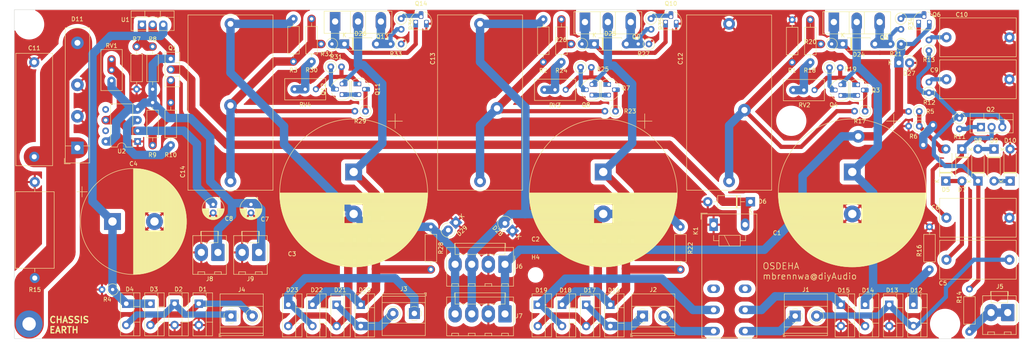
<source format=kicad_pcb>
(kicad_pcb (version 20240108) (generator "pcbnew") (generator_version "8.0")
  (layers (0 "F.Cu" signal) (31 "B.Cu" signal) (34 "B.Paste" user) (35 "F.Paste" user) (36 "B.SilkS" user "B.Silkscreen") (37 "F.SilkS" user "F.Silkscreen") (38 "B.Mask" user) (39 "F.Mask" user) (44 "Edge.Cuts" user))
  (net 0 "")
  (net 1 "Net-(D3-K)")
  (net 2 "GND")
  (net 3 "/HV_STABI1/CAP")
  (net 4 "/HV_STABI2/CAP")
  (net 5 "/B-")
  (net 6 "/HV_STABI3/CAP")
  (net 7 "/B2-")
  (net 8 "Net-(D6-K)")
  (net 9 "Net-(D7-K)")
  (net 10 "/H")
  (net 11 "Net-(U2-THR)")
  (net 12 "Net-(C9-Pad1)")
  (net 13 "Net-(C10-Pad1)")
  (net 14 "Earth_Protective")
  (net 15 "/HV_STABI2/RSET")
  (net 16 "/HV_STABI1/RSET")
  (net 17 "/HV_STABI3/RSET")
  (net 18 "Net-(D5-A)")
  (net 19 "Net-(D5-K)")
  (net 20 "Net-(D8-K)")
  (net 21 "Net-(D8-A)")
  (net 22 "Net-(D10-K)")
  (net 23 "/HV_STABI2/AC2")
  (net 24 "/HV_STABI1/AC2")
  (net 25 "/BIAS")
  (net 26 "Net-(Q3-S)")
  (net 27 "Net-(Q3-G)")
  (net 28 "Net-(Q7-S)")
  (net 29 "Net-(Q7-G)")
  (net 30 "Net-(Q7-D)")
  (net 31 "Net-(Q1-B)")
  (net 32 "Net-(Q2-G)")
  (net 33 "Net-(Q3-D)")
  (net 34 "Net-(Q4-G)")
  (net 35 "Net-(Q11-G)")
  (net 36 "Net-(Q8-G)")
  (net 37 "Net-(Q11-S)")
  (net 38 "Net-(D24-K)")
  (net 39 "Net-(D24-A)")
  (net 40 "Net-(U1-ADJ)")
  (net 41 "Net-(U2-Q)")
  (net 42 "Net-(D25-K)")
  (net 43 "Net-(D25-A)")
  (net 46 "Net-(Q11-D)")
  (net 47 "Net-(Q12-G)")
  (net 48 "Net-(D26-A)")
  (net 49 "Net-(D26-K)")
  (net 50 "Net-(R18-Pad2)")
  (net 51 "Net-(R24-Pad2)")
  (net 52 "Net-(R30-Pad2)")
  (net 53 "/B+")
  (net 56 "/AC1B+")
  (net 57 "/AC1HTR")
  (net 58 "/AC2HTR")
  (net 59 "/AC1B-")
  (net 60 "Net-(Q6-B)")
  (net 61 "Net-(Q10-B)")
  (net 62 "Net-(Q14-B)")
  (net 63 "/AC1B2-")
  (net 64 "/AC2B2-")
  (net 65 "/AC2B+")
  (net 66 "/AC2B-")
  (footprint "Resistor_THT:R_Axial_DIN0207_L6.3mm_D2.5mm_P2.54mm_Vertical" (layer "F.Cu") (at 251.674 87.582 90)
    (property "Reference" "R13")
    (property "Value" "100k")
  )
  (footprint "Diode_THT:Diode_Bridge_32.0x5.6x17.0mm_P10.0mm_P7.5mm" (layer "F.Cu") (at 48.895 110.725 90)
    (property "Reference" "D11")
    (property "Value" "GBJ3510")
  )
  (footprint "Resistor_THT:R_Axial_DIN0207_L6.3mm_D2.5mm_P2.54mm_Vertical" (layer "F.Cu") (at 185.5 79.96 -90)
    (property "Reference" "R35")
    (property "Value" "1k")
  )
  (footprint "Resistor_THT:R_Axial_DIN0207_L6.3mm_D2.5mm_P10.16mm_Horizontal" (layer "F.Cu") (at 104.664 80.01 -90)
    (property "Reference" "R30")
    (property "Value" "1k")
  )
  (footprint "Resistor_THT:R_Axial_DIN0207_L6.3mm_D2.5mm_P2.54mm_Vertical" (layer "F.Cu") (at 169.045 86 180)
    (property "Reference" "R26")
    (property "Value" "300")
  )
  (footprint "Package_TO_SOT_THT:TO-220-3_Vertical" (layer "F.Cu") (at 264.068 105.791)
    (property "Reference" "Q2")
    (property "Value" "10M90S")
  )
  (footprint "Capacitor_THT:CP_Radial_D35.0mm_P10.00mm_SnapIn" (layer "F.Cu") (at 233.426 116.473501 -90)
    (property "Reference" "C1")
    (property "Value" "470u 550 VDC" (hide yes))
  )
  (footprint "MountingHole:MountingHole_3.2mm_M3" (layer "F.Cu") (at 218.8972 104.2924)
    (property "Reference" "H2" (hide yes))
    (property "Value" "MountingHole")
  )
  (footprint "Resistor_THT:R_Axial_DIN0207_L6.3mm_D2.5mm_P2.54mm_Vertical" (layer "F.Cu") (at 258.9436 103.6828 -90)
    (property "Reference" "R11")
    (property "Value" "3k")
  )
  (footprint "Resistor_THT:R_Axial_DIN0207_L6.3mm_D2.5mm_P2.54mm_Vertical" (layer "F.Cu") (at 184.995 86 180)
    (property "Reference" "R27")
    (property "Value" "2")
  )
  (footprint "Resistor_THT:R_Axial_DIN0918_L18.0mm_D9.0mm_P22.86mm_Horizontal" (layer "F.Cu") (at 38.735 141.732 90)
    (property "Reference" "R15")
    (property "Value" "100 5 W")
  )
  (footprint "Package_TO_SOT_THT:TO-92_HandSolder" (layer "F.Cu") (at 234.7374 95.7072 -90)
    (property "Reference" "Q3")
    (property "Value" "LND150" (hide yes))
  )
  (footprint "Connector_Molex:Molex_KK-396_A-41791-0002_1x02_P3.96mm_Vertical" (layer "F.Cu") (at 82.355 135.636 180)
    (property "Reference" "J8")
    (property "Value" "HEATERS-LEFT")
  )
  (footprint "TerminalBlock_Phoenix:TerminalBlock_Phoenix_MKDS-1,5-2-5.08_1x02_P5.08mm_Horizontal" (layer "F.Cu") (at 219.837 150.782501)
    (property "Reference" "J1")
    (property "Value" "340 VAC / 220 mA")
  )
  (footprint "Diode_THT:D_DO-41_SOD81_P7.62mm_Horizontal" (layer "F.Cu") (at 267.183 111.014 -90)
    (property "Reference" "D9")
    (property "Value" "200 V")
  )
  (footprint "Capacitor_THT:C_Rect_L18.0mm_W9.0mm_P15.00mm_FKS3_FKP3" (layer "F.Cu") (at 255.851 137.381)
    (property "Reference" "C5")
    (property "Value" "100n 1 kV")
  )
  (footprint "Resistor_THT:R_Axial_DIN0207_L6.3mm_D2.5mm_P2.54mm_Vertical" (layer "F.Cu") (at 228.0064 91.6432)
    (property "Reference" "R19")
    (property "Value" "1k")
  )
  (footprint "Capacitor_THT:C_Rect_L26.5mm_W8.5mm_P22.50mm_MKS4" (layer "F.Cu") (at 38.608 90.35 -90)
    (property "Reference" "C11")
    (property "Value" "100n")
  )
  (footprint "Package_TO_SOT_THT:TO-220-2_Vertical" (layer "F.Cu") (at 236.467333 148.092501 -90)
    (property "Reference" "D14")
    (property "Value" "STTH512FP")
  )
  (footprint "Resistor_THT:R_Axial_DIN0207_L6.3mm_D2.5mm_P2.54mm_Vertical" (layer "F.Cu") (at 251.674 97.615 90)
    (property "Reference" "R12")
    (property "Value" "100k")
  )
  (footprint "MountingHole:MountingHole_3.2mm_M3_Pad" (layer "F.Cu") (at 37.3888 152.654)
    (property "Reference" "CHASSIS1" (hide yes))
    (property "Value" "MountingHole_Pad")
  )
  (footprint "Package_TO_SOT_THT:TO-220-2_Vertical" (layer "F.Cu") (at 72.037666 147.842501 -90)
    (property "Reference" "D2")
    (property "Value" "SBT1845-3G")
  )
  (footprint "Resistor_THT:R_Axial_DIN0207_L6.3mm_D2.5mm_P10.16mm_Horizontal" (layer "F.Cu") (at 164.16 80.137 -90)
    (property "Reference" "R24")
    (property "Value" "1k")
  )
  (footprint "Package_TO_SOT_THT:TO-220-2_Vertical" (layer "F.Cu") (at 175.811 148.092501 -90)
    (property "Reference" "D16")
    (property "Value" "STTH512FP")
  )
  (footprint "Resistor_THT:R_Axial_DIN0207_L6.3mm_D2.5mm_P10.16mm_Horizontal" (layer "F.Cu") (at 261.326 154.52 90)
    (property "Reference" "R14")
    (property "Value" "4.7M")
  )
  (footprint "Package_TO_SOT_THT:TO-92_HandSolder" (layer "F.Cu") (at 111.882 98.044 90)
    (property "Reference" "Q12")
    (property "Value" "LND150")
  )
  (footprint "Package_TO_SOT_THT:TO-126-3_Vertical" (layer "F.Cu") (at 71.126 89.535 -90)
    (property "Reference" "Q1")
    (property "Value" "BD138")
  )
  (footprint "Package_TO_SOT_THT:TO-220-2_Vertical" (layer "F.Cu") (at 158.539 148.092501 -90)
    (property "Reference" "D19")
    (property "Value" "STTH512FP")
  )
  (footprint "Capacitor_THT:C_Rect_L41.5mm_W20.0mm_P37.50mm_MKS4" (layer "F.Cu") (at 204.089 118.699 90)
    (property "Reference" "C12")
    (property "Value" "4.7u 630 V")
  )
  (footprint "Package_TO_SOT_THT:TO-220-2_Vertical" (layer "F.Cu") (at 164.296333 148.092501 -90)
    (property "Reference" "D18")
    (property "Value" "STTH512FP")
  )
  (footprint "Capacitor_THT:CP_Radial_D5.0mm_P2.00mm" (layer "F.Cu") (at 81.225 124.214 -90)
    (property "Reference" "C8")
    (property "Value" "22u 16 V")
  )
  (footprint "TerminalBlock_Phoenix:TerminalBlock_Phoenix_MKDS-1,5-2-5.08_1x02_P5.08mm_Horizontal" (layer "F.Cu") (at 85.471 150.782501)
    (property "Reference" "J4")
    (property "Value" "9 VAC / 4.5 A")
  )
  (footprint "Resistor_THT:R_Axial_DIN0207_L6.3mm_D2.5mm_P10.16mm_Horizontal" (layer "F.Cu") (at 66.802 110.109 90)
    (property "Reference" "R9")
    (property "Value" "3.3k")
  )
  (footprint "Capacitor_THT:C_Rect_L18.0mm_W9.0mm_P15.00mm_FKS3_FKP3" (layer "F.Cu") (at 255.858 84.407)
    (property "Reference" "C10")
    (property "Value" "100n 1 kV")
  )
  (footprint "MountingHole:MountingHole_3.2mm_M3" (layer "F.Cu") (at 37.3888 81.3308)
    (property "Reference" "H1" (hide yes))
    (property "Value" "MountingHole")
  )
  (footprint "Resistor_THT:R_Axial_DIN0207_L6.3mm_D2.5mm_P2.54mm_Vertical" (layer "F.Cu") (at 249.3772 105.5624 180)
    (property "Reference" "R6")
    (property "Value" "866k")
  )
  (footprint "Resistor_THT:R_Axial_DIN0207_L6.3mm_D2.5mm_P2.54mm_Vertical" (layer "F.Cu") (at 245.045 86 180)
    (property "Reference" "R21")
    (property "Value" "2")
  )
  (footprint "Potentiometer_THT:Potentiometer_Bourns_3296W_Vertical" (layer "F.Cu") (at 105.68 96.774)
    (property "Reference" "RV4")
    (property "Value" "1k")
  )
  (footprint "Resistor_THT:R_Axial_DIN0207_L6.3mm_D2.5mm_P10.16mm_Horizontal" (layer "F.Cu") (at 251.8156 129.5372 -90)
    (property "Reference" "R16")
    (property "Value" "1M")
  )
  (footprint "Diode_THT:D_DO-41_SOD81_P7.62mm_Horizontal" (layer "F.Cu") (at 255.708 118.634 90)
    (property "Reference" "D5")
    (property "Value" "1N4007")
  )
  (footprint "Resistor_THT:R_Axial_DIN0207_L6.3mm_D2.5mm_P10.16mm_Horizontal" (layer "F.Cu") (at 223.4344 80.2132 -90)
    (property "Reference" "R18")
    (property "Value" "1k")
  )
  (footprint "Package_TO_SOT_THT:TO-92_HandSolder" (layer "F.Cu") (at 115.967 95.504 -90)
    (property "Reference" "Q11")
    (property "Value" "LND150")
  )
  (footprint "Connector_Molex:Molex_KK-396_A-41791-0002_1x02_P3.96mm_Vertical" (layer "F.Cu") (at 270.441 149.96 180)
    (property "Reference" "J5")
    (property "Value" "Stator bias")
  )
  (footprint "Resistor_THT:R_Axial_DIN0207_L6.3mm_D2.5mm_P2.54mm_Vertical" (layer "F.Cu") (at 249.3772 102.0572 180)
    (property "Reference" "R5")
    (property "Value" "47k")
  )
  (footprint "Package_TO_SOT_THT:TO-220-2_Vertical" (layer "F.Cu") (at 247.982 148.092501 -90)
    (property "Reference" "D12")
    (property "Value" "STTH512FP")
  )
  (footprint "Package_TO_SOT_THT:TO-92_HandSolder" (layer "F.Cu") (at 129.46 80.77)
    (property "Reference" "Q14")
    (property "Value" "BC550")
  )
  (footprint "Package_TO_SOT_THT:TO-220-2_Vertical" (layer "F.Cu") (at 104.860333 148.092501 -90)
    (property "Reference" "D22")
    (property "Value" "STTH512FP")
  )
  (footprint "Resistor_THT:R_Axial_DIN0207_L6.3mm_D2.5mm_P2.54mm_Vertical" (layer "F.Cu") (at 177.045 102 180)
    (property "Reference" "R23")
    (property "Value" "1k")
  )
  (footprint "Resistor_THT:R_Axial_DIN0207_L6.3mm_D2.5mm_P2.54mm_Vertical" (layer "F.Cu") (at 236.5 102 180)
    (property "Reference" "R17")
    (property "Value" "1k")
  )
  (footprint "Diode_THT:D_DO-41_SOD81_P7.62mm_Horizontal" (layer "F.Cu") (at 263.358 118.634 90)
    (property "Reference" "D8")
    (property "Value" "200 V")
  )
  (footprint "MountingHole:MountingHole_3.2mm_M3" (layer "F.Cu") (at 255.524 152.654)
    (property "Reference" "H3" (hide yes))
    (property "Value" "MountingHole")
  )
  (footprint "Resistor_THT:R_Axial_DIN0207_L6.3mm_D2.5mm_P10.16mm_Horizontal" (layer "F.Cu") (at 133.0706 129.5372 -90)
    (property "Reference" "R28")
    (property "Value" "1M")
  )
  (footprint "Capacitor_THT:C_Rect_L18.0mm_W9.0mm_P15.00mm_FKS3_FKP3" (layer "F.Cu") (at 255.851 127.381)
    (property "Reference" "C6")
    (property "Value" "100n 1 kV")
  )
  (footprint "Capacitor_THT:CP_Radial_D35.0mm_P10.00mm_SnapIn" (layer "F.Cu") (at 174.1148 116.471301 -90)
    (property "Reference" "C2")
    (property "Value" "470u 550 VDC" (hide yes))
  )
  (footprint "Resistor_THT:R_Axial_DIN0207_L6.3mm_D2.5mm_P10.16mm_Horizontal" (layer "F.Cu") (at 159.842 80.137 -90)
    (property "Reference" "R2")
    (property "Value" "866k")
  )
  (footprint "Package_TO_SOT_THT:TO-92_HandSolder" (layer "F.Cu") (at 230.6734 98.2472 90)
    (property "Reference" "Q4")
    (property "Value" "LND150" (hide yes))
  )
  (footprint "Package_TO_SOT_THT:TO-220-2_Vertical" (layer "F.Cu") (at 116.375 148.092501 -90)
    (property "Reference" "D20")
    (property "Value" "STTH512FP")
  )
  (footprint "Resistor_THT:R_Axial_DIN0207_L6.3mm_D2.5mm_P10.16mm_Horizontal" (layer "F.Cu") (at 62.992 86.614 -90)
    (property "Reference" "R7")
    (property "Value" "1.91k")
  )
  (footprint "Capacitor_THT:CP_Radial_D25.0mm_P10.00mm_SnapIn" (layer "F.Cu") (at 57.24363 128.27)
    (property "Reference" "C4")
    (property "Value" "10000u 25 V")
  )
  (footprint "TerminalBlock_Phoenix:TerminalBlock_Phoenix_MKDS-1,5-2-5.08_1x02_P5.08mm_Horizontal" (layer "F.Cu") (at 183.487 150.782501)
    (property "Reference" "J2")
    (property "Value" "340 VAC / 220 mA")
  )
  (footprint "Package_TO_SOT_THT:TO-247-3_Vertical" (layer "F.Cu") (at 229.0334 80.772)
    (property "Reference" "Q5")
    (property "Value" "NTHL1000N170M1 ")
  )
  (footprint "Package_TO_SOT_THT:TO-92_HandSolder" (layer "F.Cu") (at 175.463 95.631 -90)
    (property "Reference" "Q7")
    (property "Value" "LND150")
  )
  (footprint "Package_TO_SOT_THT:TO-92_HandSolder" (layer "F.Cu") (at 188.96 80.77)
    (property "Reference" "Q10")
    (property "Value" "BC550")
  )
  (footprint "Package_TO_SOT_THT:TO-220-2_Vertical" (layer "F.Cu") (at 99.103 148.092501 -90)
    (property "Reference" "D23")
    (property "Value" "STTH512FP")
  )
  (footprint "Package_TO_SOT_THT:TO-220-2_Vertical" (layer "F.Cu") (at 110.617666 148.092501 -90)
    (property "Reference" "D21")
    (property "Value" "STTH512FP")
  )
  (footprint "Package_TO_SOT_THT:TO-220-3_Vertical" (layer "F.Cu") (at 64.262 81.407)
    (property "Reference" "U1")
    (property "Value" "LM1085-ADJ")
  )
  (footprint "Diode_THT:D_DO-41_SOD81_P7.62mm_Horizontal" (layer "F.Cu") (at 271.008 118.634 90)
    (property "Reference" "D10")
    (property "Value" "180 V")
  )
  (footprint "Package_DIP:DIP-8_W7.62mm" (layer "F.Cu") (at 63.236 109.21 180)
    (property "Reference" "U2")
    (property "Value" "NE555P")
  )
  (footprint "Resistor_THT:R_Axial_DIN0207_L6.3mm_D2.5mm_P10.16mm_Horizontal" (layer "F.Cu") (at 100.346 80.01 -90)
    (property "Reference" "R3")
    (property "Value" "1.1M")
  )
  (footprint "Resistor_THT:R_Axial_DIN0207_L6.3mm_D2.5mm_P10.16mm_Horizontal" (layer "F.Cu") (at 192.5066 129.5372 -90)
    (property "Reference" "R22")
    (property "Value" "1M")
  )
  (footprint "Resistor_THT:R_Axial_DIN0207_L6.3mm_D2.5mm_P10.16mm_Horizontal" (layer "F.Cu") (at 71.12 99.949 -90)
    (property "Reference" "R10")
    (property "Value" "2k")
  )
  (footprint "Package_TO_SOT_THT:TO-247-3_Vertical" (layer "F.Cu") (at 169.759 80.772)
    (property "Reference" "Q9")
    (property "Value" "NTHL1000N170M1 ")
  )
  (footprint "Capacitor_THT:C_Rect_L18.0mm_W9.0mm_P15.00mm_FKS3_FKP3" (layer "F.Cu") (at 255.858 94.407)
    (property "Reference" "C9")
    (property "Value" "100n 1 kV")
  )
  (footprint "Connector_Molex:Molex_KK-396_A-41791-0004_1x04_P3.96mm_Vertical" (layer "F.Cu") (at 150.72 150.272501 180)
    (property "Reference" "J7")
    (property "Value" "HV-R")
  )
  (footprint "Resistor_THT:R_Axial_DIN0207_L6.3mm_D2.5mm_P2.54mm_Vertical" (layer "F.Cu") (at 109.236 91.44)
    (property "Reference" "R31")
    (property "Value" "1k")
  )
  (footprint "Package_TO_SOT_THT:TO-220-2_Vertical" (layer "F.Cu") (at 242.224666 148.092501 -90)
    (property "Reference" "D13")
    (property "Value" "STTH512FP")
  )
  (footprint "Resistor_THT:R_Axial_DIN0207_L6.3mm_D2.5mm_P10.16mm_Horizontal" (layer "F.Cu") (at 219.1164 80.2132 -90)
    (property "Reference" "R1")
    (property "Value" "866k")
  )
  (footprint "Resistor_THT:R_Axial_DIN0207_L6.3mm_D2.5mm_P2.54mm_Vertical" (layer "F.Cu") (at 126 79.96 -90)
    (property "Reference" "R36")
    (property "Value" "1k")
  )
  (footprint "Diode_THT:D_DO-41_SOD81_P7.62mm_Horizontal" (layer "F.Cu") (at 112.5 86)
    (property "Reference" "D26")
    (property "Value" "10 V")
  )
  (footprint "Connector_Molex:Molex_KK-396_A-41791-0002_1x02_P3.96mm_Vertical" (layer "F.Cu") (at 92.075 135.636 180)
    (property "Reference" "J9")
    (property "Value" "HEATERS-RIGHT")
  )
  (footprint "Diode_THT:D_DO-41_SOD81_P7.62mm_Horizontal" (layer "F.Cu") (at 259.533 111.014 -90)
    (property "Reference" "D7")
    (property "Value" "1N4007")
  )
  (footprint "Package_TO_SOT_THT:TO-220-2_Vertical" (layer "F.Cu") (at 60.523 147.842501 -90)
    (property "Reference" "D4")
    (property "Value" "SBT1845-3G")
  )
  (footprint "Package_TO_SOT_THT:TO-220-2_Vertical" (layer "F.Cu") (at 66.280333 147.842501 -90)
    (property "Reference" "D3")
    (property "Value" "SBT1845-3G")
  )
  (footprint "Resistor_THT:R_Axial_DIN0207_L6.3mm_D2.5mm_P2.54mm_Vertical" (layer "F.Cu") (at 57.2806 144.4752 180)
    (property "Reference" "R4")
    (property "Value" "10k")
  )
  (footprint "Resistor_THT:R_Axial_DIN0207_L6.3mm_D2.5mm_P2.54mm_Vertical" (layer "F.Cu") (at 228.5 86 180)
    (property "Reference" "R20")
    (property "Value" "300")
  )
  (footprint "Resistor_THT:R_Axial_DIN0207_L6.3mm_D2.5mm_P10.16mm_Horizontal" (layer "F.Cu") (at 66.802 96.774 90)
    (property "Reference" "R8")
    (property "Value" "470")
  )
  (footprint "Potentiometer_THT:Potentiometer_Bourns_3296W_Vertical" (layer "F.Cu") (at 224.4404 96.9772)
    (property "Reference" "RV2")
    (property "Value" "1k")
  )
  (footprint "Package_TO_SOT_THT:TO-247-3_Vertical" (layer "F.Cu") (at 110.263 80.645)
    (property "Reference" "Q13")
    (property "Value" "NTHL1000N170M1 ")
  )
  (footprint "Relay_THT:Relay_DPDT_Schrack-RT2-FormC_RM5mm" (layer "F.Cu") (at 200.399 129.032501 -90)
    (property "Reference" "K1")
    (property "Value" "RT424006")
  )
  (footprint "Package_TO_SOT_THT:TO-220-2_Vertical" (layer "F.Cu") (at 230.71 148.092501 -90)
    (property "Reference" "D15")
    (property "Value" "STTH512FP")
  )
  (footprint "Diode_THT:D_DO-41_SOD81_P2.54mm_Vertical_KathodeUp" (layer "F.Cu") (at 139 128.520101 -135)
    (property "Reference" "D29")
    (property "Value" "1N4007" (hide yes))
  )
  (footprint "TerminalBlock_Phoenix:TerminalBlock_Phoenix_MKDS-1,5-2-5.08_1x02_P5.08mm_Horizontal" (layer "F.Cu") (at 129.141 150.172501 180)
    (property "Reference" "J3")
    (property "Value" "420 VAC / 75 mA")
  )
  (footprint "Package_TO_SOT_THT:TO-92_HandSolder" (layer "F.Cu") (at 171.399 98.171 90)
    (property "Reference" "Q8")
    (property "Value" "LND150")
  )
  (footprint "MountingHole:MountingHole_3.2mm_M3" (layer "F.Cu") (at 158 141)
    (property "Reference" "H4")
    (property "Value" "MountingHole")
  )
  (footprint "Diode_THT:D_DO-41_SOD81_P7.62mm_Horizontal" (layer "F.Cu") (at 231.19 86)
    (property "Reference" "D24")
    (property "Value" "10 V")
  )
  (footprint "Resistor_THT:R_Axial_DIN0207_L6.3mm_D2.5mm_P2.54mm_Vertical" (layer "F.Cu") (at 168.732 91.567)
    (property "Reference" "R25")
    (property "Value" "1k")
  )
  (footprint "Capacitor_THT:CP_Radial_D5.0mm_P2.00mm" (layer "F.Cu") (at 90.225 124.214 -90)
    (property "Reference" "C7")
    (property "Value" "22u 16 V")
  )
  (footprint "Diode_THT:D_DO-41_SOD81_P2.54mm_Vertical_KathodeUp" (layer "F.Cu") (at 244.531766 90.5)
    (property "Reference" "D27")
    (property "Value" "1N4007")
  )
  (footprint "Resistor_THT:R_Axial_DIN0207_L6.3mm_D2.5mm_P2.54mm_Vertical" (layer "F.Cu") (at 109.5 86 180)
    (property "Reference" "R32")
    (property "Value" "300")
  )
  (footprint "Resistor_THT:R_Axial_DIN0207_L6.3mm_D2.5mm_P2.54mm_Vertical" (layer "F.Cu") (at 126 86 180)
    (property "Reference" "R33")
    (property "Value" "2")
  )
  (footprint "Potentiometer_THT:Potentiometer_Bourns_3296W_Vertical" (layer "F.Cu") (at 165.176 96.901)
    (property "Reference" "RV3")
    (property "Value" "1k")
  )
  (footprint "Package_TO_SOT_THT:TO-92_HandSolder" (layer "F.Cu") (at 249.23 80.77)
    (property "Reference" "Q6")
    (property "Value" "BC550")
  )
  (footprint "Diode_THT:D_DO-41_SOD81_P10.16mm_Horizontal" (layer "F.Cu") (at 209.169 123.571 180)
    (property "Reference" "D6")
    (property "Value" "1N4004")
  )
  (footprint "Resistor_THT:R_Axial_DIN0207_L6.3mm_D2.5mm_P2.54mm_Vertical" (layer "F.Cu") (at 117.5 102 180)
    (property "Reference" "R29")
    (property "Value" "1k")
  )
  (footprint "Potentiometer_THT:Potentiometer_Bourns_3296W_Vertical" (layer "F.Cu") (at 57.023 89.662 90)
    (property "Reference" "RV1")
    (property "Value" "2M")
  )
  (footprint "Capacitor_THT:CP_Radial_D35.0mm_P10.00mm_SnapIn" (layer "F.Cu") (at 114.681 116.473501 -90)
    (property "Reference" "C3")
    (property "Value" "220u 630 VDC")
  )
  (footprint "Diode_THT:D_DO-41_SOD81_P7.62mm_Horizontal" (layer "F.Cu") (at 172 86)
    (property "Reference" "D25")
    (property "Value" "10 V")
  )
  (footprint "Capacitor_THT:C_Rect_L41.5mm_W20.0mm_P37.50mm_MKS4" (layer "F.Cu") (at 144.7778 118.6968 90)
    (property "Reference" "C13")
    (property "Value" "4.7u 630 V")
  )
  (footprint "Diode_THT:D_DO-41_SOD81_P2.54mm_Vertical_KathodeUp" (layer "F.Cu") (at 152.5 130.5 135)
    (property "Reference" "D28")
    (property "Value" "1N4007" (hide yes))
  )
  (footprint "Resistor_THT:R_Axial_DIN0207_L6.3mm_D2.5mm_P2.54mm_Vertical" (layer "F.Cu") (at 245 79.96 -90)
    (property "Reference" "R34")
    (property "Value" "1k")
  )
  (footprint "Package_TO_SOT_THT:TO-220-2_Vertical" (layer "F.Cu") (at 77.795 147.842501 -90)
    (property "Reference" "D1")
    (property "Value" "SBT1845-3G")
  )
  (footprint "Connector_Molex:Molex_KK-396_A-41791-0004_1x04_P3.96mm_Vertical" (layer "F.Cu") (at 150.72 138.461501 180)
    (property "Reference" "J6")
    (property "Value" "HV-L")
  )
  (footprint "Package_TO_SOT_THT:TO-220-2_Vertical" (layer "F.Cu") (at 170.053666 148.092501 -90)
    (property "Reference" "D17")
    (property "Value" "STTH512FP")
  )
  (footprint "Capacitor_THT:C_Rect_L41.5mm_W20.0mm_P37.50mm_MKS4" (layer "F.Cu") (at 85.344 118.699 90)
    (property "Reference" "C14")
    (property "Value" "4.7u 630 V")
  )
  (gr_rect (start 33.8836 77.8256) (end 273.1516 156.1592) (stroke (width 0.1)) (fill none) (layer "Edge.Cuts"))
  (gr_text "OSDEHA\nmbrennwa@diyAudio" (at 211.9884 142.1892 0) (layer "F.SilkS") (effects (font (size 1.5 1.5)) (justify left bottom)))
  (gr_text "CHASSIS\nEARTH" (at 42.0624 154.9908 0) (layer "F.SilkS") (effects (font (size 1.5 1.5) (thickness 0.3) (bold yes)) (justify left bottom)))
  (segment (start 52.4764 123.50277) (end 52.4764 88.392) (width 2) (layer "B.Cu") (net 1))
  (segment (start 52.4764 88.392) (end 56.7944 84.074) (width 2) (layer "B.Cu") (net 1))
  (segment (start 57.24363 128.27) (end 57.24363 144.563131) (width 2) (layer "B.Cu") (net 1))
  (segment (start 68.675 84.074) (end 56.7944 84.074) (width 2) (layer "B.Cu") (net 1))
  (segment (start 69.342 81.407) (end 69.342 83.407) (width 2) (layer "B.Cu") (net 1))
  (segment (start 57.24363 144.563131) (end 60.523 147.842501) (width 2) (layer "B.Cu") (net 1))
  (segment (start 69.342 83.407) (end 68.675 84.074) (width 2) (layer "B.Cu") (net 1))
  (segment (start 57.24363 128.27) (end 52.4764 123.50277) (width 2) (layer "B.Cu") (net 1))
  (segment (start 60.523 147.842501) (end 66.280333 147.842501) (width 2) (layer "B.Cu") (net 1))
  (via (at 250.334532 110.055268) (size 2) (drill 1) (layers "F.Cu" "B.Cu") (net 2))
  (via (at 252.654915 105.304581) (size 2) (drill 1) (layers "F.Cu" "B.Cu") (net 2))
  (segment (start 250.334532 107.85776) (end 250.334532 110.055268) (width 2) (layer "B.Cu") (net 2))
  (segment (start 252.654915 105.304581) (end 252.654915 105.537377) (width 1) (layer "B.Cu") (net 2))
  (segment (start 252.654915 105.537377) (end 250.334532 107.85776) (width 2) (layer "B.Cu") (net 2))
  (segment (start 230.6734 95.7072) (end 234.4834 91.8972) (width 1) (layer "B.Cu") (net 3))
  (segment (start 247.3424 144.1704) (end 247.982 143.5308) (width 2) (layer "B.Cu") (net 3))
  (segment (start 233.426 116.473501) (end 239.5 110.399501) (width 2) (layer "B.Cu") (net 3))
  (segment (start 238.379 121.426501) (end 233.426 116.473501) (width 2) (layer "B.Cu") (net 3))
  (segment (start 236.467333 146.691667) (end 238.379 144.78) (width 2) (layer "B.Cu") (net 3))
  (segment (start 247.982 148.092501) (end 247.982 143.5308) (width 2) (layer "B.Cu") (net 3))
  (segment (start 238.9886 144.1704) (end 247.3424 144.1704) (width 2) (layer "B.Cu") (net 3))
  (segment (start 234.4834 91.8972) (end 234.4834 91.630174) (width 1) (layer "B.Cu") (net 3))
  (segment (start 239.5 96) (end 235.130174 91.630174) (width 2) (layer "B.Cu") (net 3))
  (segment (start 238.379 144.78) (end 238.9886 144.1704) (width 2) (layer "B.Cu") (net 3))
  (segment (start 234.4834 91.630174) (end 234.4834 80.8482) (width 2) (layer "B.Cu") (net 3))
  (segment (start 239.5 110.399501) (end 239.5 96) (width 2) (layer "B.Cu") (net 3))
  (segment (start 238.379 137.795) (end 238.379 129.9972) (width 2) (layer "B.Cu") (net 3))
  (segment (start 247.982 148.092501) (end 247.982 146.382) (width 2) (layer "B.Cu") (net 3))
  (segment (start 238.379 129.9972) (end 238.379 121.426501) (width 2) (layer "B.Cu") (net 3))
  (segment (start 247.982 143.5308) (end 251.8156 139.6972) (width 2) (layer "B.Cu") (net 3))
  (segment (start 238.379 144.78) (end 238.379 137.795) (width 2) (layer "B.Cu") (net 3))
  (segment (start 236.467333 148.092501) (end 236.467333 146.691667) (width 2) (layer "B.Cu") (net 3))
  (segment (start 235.130174 91.630174) (end 234.4834 91.630174) (width 2) (layer "B.Cu") (net 3))
  (segment (start 179.5272 144.376301) (end 179.5272 139.4968) (width 2) (layer "F.Cu") (net 4))
  (segment (start 179.5272 139.4968) (end 179.5272 129.9972) (width 2) (layer "F.Cu") (net 4))
  (segment (start 179.5272 129.9972) (end 179.5272 121.883701) (width 2) (layer "F.Cu") (net 4))
  (segment (start 175.811 148.092501) (end 179.5272 144.376301) (width 2) (layer "F.Cu") (net 4))
  (segment (start 192.5066 139.6972) (end 179.7276 139.6972) (width 2) (layer "F.Cu") (net 4))
  (segment (start 179.7276 139.6972) (end 179.5272 139.4968) (width 2) (layer "F.Cu") (net 4))
  (segment (start 179.5272 121.883701) (end 174.117 116.473501) (width 2) (layer "F.Cu") (net 4))
  (segment (start 175.209 91.821) (end 175.209 91.136692) (width 1) (layer "B.Cu") (net 4))
  (segment (start 174.117 116.473501) (end 181 109.590501) (width 2) (layer "B.Cu") (net 4))
  (segment (start 181 109.590501) (end 181 95.5) (width 2) (layer "B.Cu") (net 4))
  (segment (start 171.399 95.631) (end 175.209 91.821) (width 1) (layer "B.Cu") (net 4))
  (segment (start 164.296333 148.092501) (end 167.456434 144.9324) (width 2) (layer "B.Cu") (net 4))
  (segment (start 181 95.5) (end 176.636692 91.136692) (width 2) (layer "B.Cu") (net 4))
  (segment (start 176.636692 91.136692) (end 175.209 91.136692) (width 2) (layer "B.Cu") (net 4))
  (segment (start 167.456434 144.9324) (end 172.650899 144.9324) (width 2) (layer "B.Cu") (net 4))
  (segment (start 172.650899 144.9324) (end 175.811 148.092501) (width 2) (layer "B.Cu") (net 4))
  (segment (start 175.209 91.136692) (end 175.209 80.772) (width 2) (layer "B.Cu") (net 4))
  (segment (start 174.117 126.473501) (end 172.8216 127.768901) (width 2) (layer "F.Cu") (net 5))
  (segment (start 170.053666 153.172501) (end 167.553666 150.672501) (width 1.5) (layer "F.Cu") (net 5))
  (segment (start 172.8216 127.768901) (end 172.8216 144.6276) (width 2) (layer "F.Cu") (net 5))
  (segment (start 167.553666 150.672501) (end 161.039 150.672501) (width 1.5) (layer "F.Cu") (net 5))
  (segment (start 161.039 150.672501) (end 158.539 153.172501) (width 1.5) (layer "F.Cu") (net 5))
  (segment (start 170.053666 153.172501) (end 172.8216 150.404567) (width 1.5) (layer "F.Cu") (net 5))
  (segment (start 172.8216 150.404567) (end 172.8216 144.6276) (width 1.5) (layer "F.Cu") (net 5))
  (segment (start 152 126.5) (end 155.5 126.5) (width 2) (layer "B.Cu") (net 5))
  (segment (start 158.78 81.199) (end 144.78 81.199) (width 2) (layer "B.Cu") (net 5))
  (segment (start 174.117 126.473501) (end 189.442901 126.473501) (width 2) (layer "B.Cu") (net 5))
  (segment (start 159.842 80.137) (end 158.78 81.199) (width 2) (layer "B.Cu") (net 5))
  (segment (start 155.5 126.5) (end 174.090501 126.5) (width 2) (layer "B.Cu") (net 5))
  (segment (start 155.57175 101.07175) (end 155.57175 126.42825) (width 2) (layer "B.Cu") (net 5))
  (segment (start 142.8 138.461501) (end 142.8 150.272501) (width 2) (layer "B.Cu") (net 5))
  (segment (start 144.78 81.199) (end 144.78 90.28) (width 2) (layer "B.Cu") (net 5))
  (segment (start 142.8 138.461501) (end 142.8 135.7) (width 2) (layer "B.Cu") (net 5))
  (segment (start 142.8 135.7) (end 152 126.5) (width 2) (layer "B.Cu") (net 5))
  (segment (start 155.57175 126.42825) (end 155.5 126.5) (width 2) (layer "B.Cu") (net 5))
  (segment (start 174.090501 126.5) (end 174.117 126.473501) (width 2) (layer "B.Cu") (net 5))
  (segment (start 144.78 90.28) (end 155.57175 101.07175) (width 2) (layer "B.Cu") (net 5))
  (segment (start 189.442901 126.473501) (end 192.5066 129.5372) (width 2) (layer "B.Cu") (net 5))
  (segment (start 119.9896 139.5984) (end 119.9896 142.6464) (width 2) (layer "F.Cu") (net 6))
  (segment (start 114.681 116.473501) (end 119.9896 121.782101) (width 2) (layer "F.Cu") (net 6))
  (segment (start 119.9896 142.6464) (end 119.9896 144.477901) (width 2) (layer "F.Cu") (net 6))
  (segment (start 120.0404 142.6972) (end 119.9896 142.6464) (width 2) (layer "F.Cu") (net 6))
  (segment (start 119.9896 130.048) (end 119.9896 139.5984) (width 2) (layer "F.Cu") (net 6))
  (segment (start 119.9896 144.477901) (end 116.375 148.092501) (width 2) (layer "F.Cu") (net 6))
  (segment (start 133.0706 139.6972) (end 120.0884 139.6972) (width 2) (layer "F.Cu") (net 6))
  (segment (start 119.9896 121.782101) (end 119.9896 130.048) (width 2) (layer "F.Cu") (net 6))
  (segment (start 120.0884 139.6972) (end 119.9896 139.5984) (width 2) (layer "F.Cu") (net 6))
  (segment (start 117.009692 91.009692) (end 115.713 91.009692) (width 2) (layer "B.Cu") (net 6))
  (segment (start 115.713 91.673) (end 115.713 91.009692) (width 1) (layer "B.Cu") (net 6))
  (segment (start 111.882 95.504) (end 115.713 91.673) (width 1) (layer "B.Cu") (net 6))
  (segment (start 113.214899 144.9324) (end 116.375 148.092501) (width 2) (layer "B.Cu") (net 6))
  (segment (start 104.860333 148.092501) (end 108.020434 144.9324) (width 2) (layer "B.Cu") (net 6))
  (segment (start 108.020434 144.9324) (end 113.214899 144.9324) (width 2) (layer "B.Cu") (net 6))
  (segment (start 121.5 95.5) (end 117.009692 91.009692) (width 2) (layer "B.Cu") (net 6))
  (segment (start 121.5 109.654501) (end 121.5 95.5) (width 2) (layer "B.Cu") (net 6))
  (segment (start 114.681 116.473501) (end 121.5 109.654501) (width 2) (layer "B.Cu") (net 6))
  (segment (start 115.713 91.009692) (end 115.713 80.645) (width 2) (layer "B.Cu") (net 6))
  (segment (start 108.117666 150.672501) (end 110.617666 153.172501) (width 1.5) (layer "F.Cu") (net 7))
  (segment (start 101.603 150.672501) (end 108.117666 150.672501) (width 1.5) (layer "F.Cu") (net 7))
  (segment (start 99.103 153.172501) (end 101.603 150.672501) (width 1.5) (layer "F.Cu") (net 7))
  (segment (start 113.397967 127.770767) (end 113.397967 144.629466) (width 2) (layer "F.Cu") (net 7))
  (segment (start 110.630033 153.174367) (end 113.397967 150.406433) (width 1.5) (layer "F.Cu") (net 7))
  (segment (start 113.397967 150.406433) (end 113.397967 144.629466) (width 1.5) (layer "F.Cu") (net 7))
  (segment (start 114.693367 126.475367) (end 113.397967 127.770767) (width 2) (layer "F.Cu") (net 7))
  (segment (start 85.344 81.199) (end 99.157 81.199) (width 2) (layer "B.Cu") (net 7))
  (segment (start 85.344 92.844) (end 98.1 105.6) (width 2) (layer "B.Cu") (net 7))
  (segment (start 138.84 138.461501) (end 138.84 135.3066) (width 2) (layer "B.Cu") (net 7))
  (segment (start 117.744699 129.5372) (end 114.681 126.473501) (width 2) (layer "B.Cu") (net 7))
  (segment (start 99.157 81.199) (end 100.346 80.01) (width 2) (layer "B.Cu") (net 7))
  (segment (start 133.0706 129.5372) (end 117.744699 129.5372) (width 2) (layer "B.Cu") (net 7))
  (segment (start 138.84 135.3066) (end 135.5167 131.9833) (width 2) (layer "B.Cu") (net 7))
  (segment (start 138.84 138.461501) (end 138.84 150.272501) (width 2) (layer "B.Cu") (net 7))
  (segment (start 135.5167 131.9833) (end 133.0706 129.5372) (width 2) (layer "B.Cu") (net 7))
  (segment (start 135.536801 131.9833) (end 135.5167 131.9833) (width 1) (layer "B.Cu") (net 7))
  (segment (start 98.1 105.6) (end 98.1 109.892501) (width 2) (layer "B.Cu") (net 7))
  (segment (start 85.344 81.199) (end 85.344 92.844) (width 2) (layer "B.Cu") (net 7))
  (segment (start 98.1 109.892501) (end 114.681 126.473501) (width 2) (layer "B.Cu") (net 7))
  (segment (start 137.203949 130.316152) (end 135.536801 131.9833) (width 2) (layer "B.Cu") (net 7))
  (segment (start 76 101.5) (end 84.5 110) (width 2) (layer "F.Cu") (net 8))
  (segment (start 73.575 92.075) (end 76 94.5) (width 2) (layer "F.Cu") (net 8))
  (segment (start 207.899 129.032501) (end 207.899 124.841) (width 2) (layer "F.Cu") (net 8))
  (segment (start 202.109 122.286937) (end 202.109 122.994044) (width 2) (layer "F.Cu") (net 8))
  (segment (start 189.822063 110) (end 202.109 122.286937) (width 2) (layer "F.Cu") (net 8))
  (segment (start 84.5 110) (end 189.822063 110) (width 2) (layer "F.Cu") (net 8))
  (segment (start 76 94.5) (end 76 101.5) (width 2) (layer "F.Cu") (net 8))
  (segment (start 202.685956 123.571) (end 209.169 123.571) (width 2) (layer "F.Cu") (net 8))
  (segment (start 202.109 122.994044) (end 202.685956 123.571) (width 2) (layer "F.Cu") (net 8))
  (segment (start 207.899 124.841) (end 209.169 123.571) (width 2) (layer "F.Cu") (net 8))
  (segment (start 71.126 92.075) (end 73.575 92.075) (width 2) (layer "F.Cu") (net 8))
  (segment (start 259.533 112.577) (end 257.302 114.808) (width 1) (layer "F.Cu") (net 9))
  (segment (start 257.302 114.808) (end 253.7968 114.808) (width 1) (layer "F.Cu") (net 9))
  (segment (start 253.7968 114.808) (end 252.5776 116.0272) (width 1) (layer "F.Cu") (net 9))
  (segment (start 259.533 111.014) (end 259.533 112.577) (width 1) (layer "F.Cu") (net 9))
  (segment (start 252.5776 116.0272) (end 252.5776 124.1076) (width 1) (layer "F.Cu") (net 9))
  (segment (start 252.5776 124.1076) (end 255.851 127.381) (width 1) (layer "F.Cu") (net 9))
  (segment (start 259.533 111.014) (end 262.133 108.414) (width 1) (layer "B.Cu") (net 9))
  (segment (start 262.133 108.414) (end 266.3975 108.414) (width 1) (layer "B.Cu") (net 9))
  (segment (start 266.3975 108.414) (end 266.608 108.2035) (width 1) (layer "B.Cu") (net 9))
  (segment (start 266.608 108.2035) (end 266.608 105.791) (width 1) (layer "B.Cu") (net 9))
  (segment (start 71.126 87.3312) (end 71.126 89.535) (width 2) (layer "F.Cu") (net 10))
  (segment (start 66.802 83.0072) (end 71.126 87.3312) (width 2) (layer "F.Cu") (net 10))
  (segment (start 66.802 81.407) (end 66.802 83.0072) (width 2) (layer "F.Cu") (net 10))
  (segment (start 64.877 99.949) (end 63.236 101.59) (width 2) (layer "B.Cu") (net 10))
  (segment (start 57.023 94.742) (end 57.023 96.4946) (width 2) (layer "B.Cu") (net 10))
  (segment (start 70.485 103.632) (end 66.802 99.949) (width 2) (layer "B.Cu") (net 10))
  (segment (start 58.1152 104.5464) (end 61.0716 101.59) (width 2) (layer "B.Cu") (net 10))
  (segment (start 66.802 96.774) (end 66.802 99.949) (width 2) (layer "B.Cu") (net 10))
  (segment (start 91.177692 123.914) (end 85.7124 123.914) (width 2) (layer "B.Cu") (net 10))
  (segment (start 55.616 109.21) (end 56.74737 109.21) (width 2) (layer "B.Cu") (net 10))
  (segment (start 85.7124 123.914) (end 85.7124 126.8348) (width 2) (layer "B.Cu") (net 10))
  (segment (start 62.1184 101.59) (end 63.236 101.59) (width 2) (layer "B.Cu") (net 10))
  (segment (start 75.7936 103.632) (end 70.485 103.632) (width 2) (layer "B.Cu") (net 10))
  (segment (start 92.6592 125.395508) (end 91.177692 123.914) (width 2) (layer "B.Cu") (net 10))
  (segment (start 85.7124 123.914) (end 80.518 118.7196) (width 2) (layer "B.Cu") (net 10))
  (segment (start 92.075 135.636) (end 92.6592 135.0518) (width 2) (layer "B.Cu") (net 10))
  (segment (start 66.802 99.949) (end 64.877 99.949) (width 2) (layer "B.Cu") (net 10))
  (segment (start 80.518 118.7196) (end 80.518 108.3564) (width 2) (layer "B.Cu") (net 10))
  (segment (start 66.802 96.774) (end 66.802 90.959) (width 2) (layer "B.Cu") (net 10))
  (segment (start 82.355 130.1922) (end 82.355 135.636) (width 2) (layer "B.Cu") (net 10))
  (segment (start 80.518 108.3564) (end 75.7936 103.632) (width 2) (layer "B.Cu") (net 10))
  (segment (start 61.0716 101.59) (end 63.236 101.59) (width 2) (layer "B.Cu") (net 10))
  (segment (start 58.1152 107.84217) (end 58.1152 104.5464) (width 2) (layer "B.Cu") (net 10))
  (segment (start 85.7124 126.8348) (end 82.355 130.1922) (width 2) (layer "B.Cu") (net 10))
  (segment (start 92.6592 131.064) (end 92.6592 125.395508) (width 2) (layer "B.Cu") (net 10))
  (segment (start 92.6592 135.0518) (end 92.6592 131.064) (width 2) (layer "B.Cu") (net 10))
  (segment (start 56.74737 109.21) (end 58.1152 107.84217) (width 2) (layer "B.Cu") (net 10))
  (segment (start 66.802 90.959) (end 68.226 89.535) (width 2) (layer "B.Cu") (net 10))
  (segment (start 68.226 89.535) (end 71.126 89.535) (width 2) (layer "B.Cu") (net 10))
  (segment (start 57.023 96.4946) (end 62.1184 101.59) (width 2) (layer "B.Cu") (net 10))
  (segment (start 59.243 93.822445) (end 57.622555 92.202) (width 2) (layer "F.Cu") (net 11))
  (segment (start 56.74737 104.13) (end 59.243 101.63437) (width 2) (layer "F.Cu") (net 11))
  (segment (start 57.023 92.202) (end 57.023 89.662) (width 2) (layer "F.Cu") (net 11))
  (segment (start 63.236 106.67) (end 61.408692 106.67) (width 2) (layer "F.Cu") (net 11))
  (segment (start 58.868692 104.13) (end 55.616 104.13) (width 2) (layer "F.Cu") (net 11))
  (segment (start 61.408692 106.67) (end 58.868692 104.13) (width 2) (layer "F.Cu") (net 11))
  (segment (start 55.616 104.13) (end 56.74737 104.13) (width 2) (layer "F.Cu") (net 11))
  (segment (start 59.243 101.63437) (end 59.243 93.822445) (width 2) (layer "F.Cu") (net 11))
  (segment (start 57.622555 92.202) (end 57.023 92.202) (width 2) (layer "F.Cu") (net 11))
  (segment (start 77.3684 120.0574) (end 81.225 123.914) (width 2) (layer "B.Cu") (net 11))
  (segment (start 63.236 106.67) (end 74.2088 106.67) (width 2) (layer "B.Cu") (net 11))
  (segment (start 77.3684 109.8296) (end 77.3684 120.0574) (width 2) (layer "B.Cu") (net 11))
  (segment (start 74.2088 106.67) (end 77.3684 109.8296) (width 2) (layer "B.Cu") (net 11))
  (segment (start 252.342 94.407) (end 251.674 95.075) (width 1) (layer "B.Cu") (net 12))
  (segment (start 255.858 94.407) (end 252.342 94.407) (width 1) (layer "B.Cu") (net 12))
  (segment (start 252.309 84.407) (end 251.674 85.042) (width 1) (layer "B.Cu") (net 13))
  (segment (start 255.858 84.407) (end 252.309 84.407) (width 1) (layer "B.Cu") (net 13))
  (segment (start 44.958 113.358) (end 44.958 135.509) (width 7) (layer "F.Cu") (net 14))
  (segment (start 43.688 112.088) (end 44.45 112.85) (width 5) (layer "F.Cu") (net 14))
  (segment (start 44.45 112.85) (end 44.958 113.358) (width 7) (layer "F.Cu") (net 14))
  (segment (start 43.4848 93.2688) (end 43.4848 111.8848) (width 7) (layer "F.Cu") (net 14))
  (segment (start 48.895 85.725) (end 48.895 87.8586) (width 7) (layer "F.Cu") (net 14))
  (segment (start 38.862 141.859) (end 38.735 141.732) (width 2) (layer "F.Cu") (net 14))
  (segment (start 37.3888 143.0782) (end 38.735 141.732) (width 2) (layer "F.Cu") (net 14))
  (segment (start 38.735 141.732) (end 44.958 135.509) (width 7) (layer "F.Cu") (net 14))
  (segment (start 37.3888 152.654) (end 37.3888 143.0782) (width 7) (layer "F.Cu") (net 14))
  (segment (start 44.45 110.236) (end 44.45 112.85) (width 5) (layer "F.Cu") (net 14))
  (segment (start 43.4848 111.8848) (end 43.688 112.088) (width 7) (layer "F.Cu") (net 14))
  (segment (start 38.608 112.85) (end 44.45 112.85) (width 5) (layer "F.Cu") (net 14))
  (segment (start 48.895 87.8586) (end 43.4848 93.2688) (width 7) (layer "F.Cu") (net 14))
  (segment (start 44.939 110.725) (end 44.45 110.236) (width 2) (layer "F.Cu") (net 14))
  (segment (start 48.895 110.725) (end 44.939 110.725) (width 5) (layer "F.Cu") (net 14))
  (segment (start 164.16 84.9376) (end 164.16 85.979) (width 2) (layer "F.Cu") (net 15))
  (segment (start 174.505 102) (end 150 102) (width 1) (layer "F.Cu") (net 15))
  (segment (start 164.16 80.137) (end 164.16 84.9376) (width 2) (layer "F.Cu") (net 15))
  (segment (start 149.0695 101.0695) (end 159.842 90.297) (width 2) (layer "F.Cu") (net 15))
  (segment (start 164.181 86) (end 164.16 85.979) (width 2) (layer "F.Cu") (net 15))
  (segment (start 150 102) (end 149.0695 101.0695) (width 1) (layer "F.Cu") (net 15))
  (segment (start 166.505 86) (end 164.181 86) (width 2) (layer "F.Cu") (net 15))
  (segment (start 148.8195 101.3195) (end 149.0695 101.0695) (width 2) (layer "F.Cu") (net 15))
  (segment (start 164.16 85.979) (end 159.842 90.297) (width 2) (layer "F.Cu") (net 15))
  (via (at 148.8195 101.3195) (size 3) (drill 1.5) (layers "F.Cu" "B.Cu") (net 15))
  (segment (start 148.8195 101.3195) (end 144.7778 105.3612) (width 2) (layer "B.Cu") (net 15))
  (segment (start 144.7778 105.3612) (end 144.7778 118.6968) (width 2) (layer "B.Cu") (net 15))
  (segment (start 207.7448 101.7448) (end 219.1164 90.3732) (width 2) (layer "F.Cu") (net 16))
  (segment (start 225.96 86) (end 223.4896 86) (width 2) (layer "F.Cu") (net 16))
  (segment (start 216.5 110.5) (end 221.25 110.5) (width 1) (layer "F.Cu") (net 16))
  (segment (start 223.4896 86) (end 223.4344 86.0552) (width 2) (layer "F.Cu") (net 16))
  (segment (start 223.4344 86.0552) (end 219.1164 90.3732) (width 2) (layer "F.Cu") (net 16))
  (segment (start 229.75 102) (end 233.96 102) (width 1) (layer "F.Cu") (net 16))
  (segment (start 221.25 110.5) (end 229.75 102) (width 1) (layer "F.Cu") (net 16))
  (segment (start 207.7448 101.7448) (end 216.5 110.5) (width 1) (layer "F.Cu") (net 16))
  (segment (start 223.4344 80.2132) (end 223.4344 86.0552) (width 2) (layer "F.Cu") (net 16))
  (via (at 207.7448 101.7448) (size 3) (drill 1.5) (layers "F.Cu" "B.Cu") (net 16))
  (segment (start 207.7448 101.7448) (end 204.089 105.4006) (width 2) (layer "B.Cu") (net 16))
  (segment (start 204.089 105.4006) (end 204.089 118.699) (width 2) (layer "B.Cu") (net 16))
  (segment (start 114.96 102) (end 86.7092 102) (width 1) (layer "F.Cu") (net 17))
  (segment (start 85.344 100.6348) (end 95.8088 90.17) (width 2) (layer "F.Cu") (net 17))
  (segment (start 95.8088 90.17) (end 100.346 90.17) (width 2) (layer "F.Cu") (net 17))
  (segment (start 86.7092 102) (end 85.344 100.6348) (width 1) (layer "F.Cu") (net 17))
  (segment (start 107 86) (end 104.812 86) (width 2) (layer "F.Cu") (net 17))
  (segment (start 104.812 86) (end 104.664 85.852) (width 2) (layer "F.Cu") (net 17))
  (segment (start 104.664 85.852) (end 100.346 90.17) (width 2) (layer "F.Cu") (net 17))
  (segment (start 104.664 80.01) (end 104.664 85.852) (width 2) (layer "F.Cu") (net 17))
  (via (at 85.344 100.6348) (size 3) (drill 1.5) (layers "F.Cu" "B.Cu") (net 17))
  (segment (start 85.344 100.6348) (end 85.344 118.699) (width 2) (layer "B.Cu") (net 17))
  (segment (start 249.3772 102.0572) (end 249.3772 105.5624) (width 1) (layer "F.Cu") (net 18))
  (segment (start 254.8288 111.014) (end 249.3772 105.5624) (width 1) (layer "F.Cu") (net 18))
  (segment (start 255.708 111.014) (end 254.8288 111.014) (width 2) (layer "F.Cu") (net 18))
  (segment (start 255.708 118.634) (end 259.533 118.634) (width 1) (layer "F.Cu") (net 19))
  (segment (start 259.533 133.699) (end 255.851 137.381) (width 1) (layer "F.Cu") (net 19))
  (segment (start 259.533 118.634) (end 259.533 133.699) (width 1) (layer "F.Cu") (net 19))
  (segment (start 263.4488 118.7248) (end 263.4488 142.2372) (width 1) (layer "F.Cu") (net 20))
  (segment (start 263.4488 142.2372) (end 261.326 144.36) (width 1) (layer "F.Cu") (net 20))
  (segment (start 263.358 118.634) (end 263.4488 118.7248) (width 2) (layer "F.Cu") (net 20))
  (segment (start 251.674 87.582) (end 251.674 91.353) (width 1) (layer "B.Cu") (net 20))
  (segment (start 249.174 93.853) (end 249.174 96.393) (width 1) (layer "B.Cu") (net 20))
  (segment (start 249.174 96.393) (end 250.396 97.615) (width 1) (layer "B.Cu") (net 20))
  (segment (start 251.674 91.353) (end 249.174 93.853) (width 1) (layer "B.Cu") (net 20))
  (segment (start 250.396 97.615) (end 251.674 97.615) (width 1) (layer "B.Cu") (net 20))
  (segment (start 252.8758 97.615) (end 258.9436 103.6828) (width 1) (layer "B.Cu") (net 20))
  (segment (start 259.786 115.062) (end 255.524 115.062) (width 1) (layer "B.Cu") (net 20))
  (segment (start 259.743599 102.882801) (end 267.855801 102.882801) (width 1) (layer "B.Cu") (net 20))
  (segment (start 263.358 118.634) (end 259.786 115.062) (width 1) (layer "B.Cu") (net 20))
  (segment (start 258.9436 103.6828) (end 259.743599 102.882801) (width 1) (layer "B.Cu") (net 20))
  (segment (start 252.857 112.395) (end 252.857 108.63803) (width 1) (layer "B.Cu") (net 20))
  (segment (start 251.674 97.615) (end 252.8758 97.615) (width 1) (layer "B.Cu") (net 20))
  (segment (start 252.857 108.63803) (end 257.81223 103.6828) (width 1) (layer "B.Cu") (net 20))
  (segment (start 269.148 105.791) (end 269.148 106.059752) (width 1) (layer "B.Cu") (net 20))
  (segment (start 269.148 104.175) (end 269.148 105.791) (width 1) (layer "B.Cu") (net 20))
  (segment (start 257.81223 103.6828) (end 258.9436 103.6828) (width 1) (layer "B.Cu") (net 20))
  (segment (start 255.524 115.062) (end 252.857 112.395) (width 1) (layer "B.Cu") (net 20))
  (segment (start 267.855801 102.882801) (end 269.148 104.175) (width 1) (layer "B.Cu") (net 20))
  (segment (start 267.183 111.014) (end 263.358 111.014) (width 1) (layer "B.Cu") (net 21))
  (segment (start 271.008 118.634) (end 267.183 118.634) (width 1) (layer "B.Cu") (net 22))
  (segment (start 158.539 148.092501) (end 159.216333 148.092501) (width 2) (layer "B.Cu") (net 23))
  (segment (start 158.907499 148.092501) (end 158.539 148.092501) (width 2) (layer "B.Cu") (net 23))
  (segment (start 159.216333 148.092501) (end 164.296333 153.172501) (width 1.5) (layer "B.Cu") (net 23))
  (segment (start 200.399 149.332501) (end 195.509701 149.332501) (width 2) (layer "B.Cu") (net 23))
  (segment (start 188.0616 141.8844) (end 165.1156 141.8844) (width 2) (layer "B.Cu") (net 23))
  (segment (start 165.1156 141.8844) (end 158.907499 148.092501) (width 2) (layer "B.Cu") (net 23))
  (segment (start 195.509701 149.332501) (end 188.0616 141.8844) (width 2) (layer "B.Cu") (net 23))
  (segment (start 231.387333 148.092501) (end 236.467333 153.172501) (width 1.5) (layer "F.Cu") (net 24))
  (segment (start 230.71 148.092501) (end 231.387333 148.092501) (width 1.5) (layer "F.Cu") (net 24))
  (segment (start 207.899 149.332501) (end 211.804699 149.332501) (width 2) (layer "B.Cu") (net 24))
  (segment (start 228.718299 146.1008) (end 230.6 147.982501) (width 2) (layer "B.Cu") (net 24))
  (segment (start 215.0364 146.1008) (end 228.718299 146.1008) (width 2) (layer "B.Cu") (net 24))
  (segment (start 211.804699 149.332501) (end 215.0364 146.1008) (width 2) (layer "B.Cu") (net 24))
  (segment (start 265.886 149.96) (end 261.326 154.52) (width 2) (layer "B.Cu") (net 25))
  (segment (start 270.441 149.96) (end 266.481 149.96) (width 2) (layer "B.Cu") (net 25))
  (segment (start 233.0874 94.0572) (end 230.5 94.0572) (width 1) (layer "F.Cu") (net 26))
  (segment (start 234.7374 95.7072) (end 233.0874 94.0572) (width 1) (layer "F.Cu") (net 26))
  (segment (start 227.3604 94.0572) (end 224.4404 96.9772) (width 1) (layer "F.Cu") (net 26))
  (segment (start 230.5464 94.0108) (end 230.5 94.0572) (width 1) (layer "F.Cu") (net 26))
  (segment (start 230.5 94.0572) (end 227.3604 94.0572) (width 1) (layer "F.Cu") (net 26))
  (segment (start 230.5464 91.6432) (end 230.5464 94.0108) (width 1) (layer "F.Cu") (net 26))
  (segment (start 236.5 97.4698) (end 236.0074 96.9772) (width 1) (layer "F.Cu") (net 27))
  (segment (start 236.5 102) (end 236.5 97.4698) (width 1) (layer "F.Cu") (net 27))
  (segment (start 168.096 93.981) (end 165.176 96.901) (width 1) (layer "F.Cu") (net 28))
  (segment (start 171.272 91.567) (end 171.272 93.709) (width 1) (layer "F.Cu") (net 28))
  (segment (start 171.272 93.709) (end 171 93.981) (width 1) (layer "F.Cu") (net 28))
  (segment (start 175.463 95.631) (end 173.813 93.981) (width 1) (layer "F.Cu") (net 28))
  (segment (start 171 93.981) (end 168.096 93.981) (width 1) (layer "F.Cu") (net 28))
  (segment (start 173.813 93.981) (end 171 93.981) (width 1) (layer "F.Cu") (net 28))
  (segment (start 177.045 97.213) (end 176.733 96.901) (width 1) (layer "F.Cu") (net 29))
  (segment (start 177.045 102) (end 177.045 97.213) (width 1) (layer "F.Cu") (net 29))
  (segment (start 171.399 98.171) (end 175.463 98.171) (width 1) (layer "B.Cu") (net 30))
  (segment (start 66.802 110.109) (end 66.802 107.0864) (width 2) (layer "F.Cu") (net 31))
  (segment (start 66.802 107.0864) (end 71.12 102.7684) (width 2) (layer "F.Cu") (net 31))
  (segment (start 71.126 99.943) (end 71.12 99.949) (width 2) (layer "F.Cu") (net 31))
  (segment (start 71.126 94.615) (end 71.126 99.943) (width 2) (layer "F.Cu") (net 31))
  (segment (start 71.12 102.7684) (end 71.12 99.949) (width 2) (layer "F.Cu") (net 31))
  (segment (start 260.788666 106.2228) (end 261.220466 105.791) (width 1) (layer "B.Cu") (net 32))
  (segment (start 258.9436 106.2228) (end 260.788666 106.2228) (width 1) (layer "B.Cu") (net 32))
  (segment (start 261.220466 105.791) (end 264.068 105.791) (width 1) (layer "B.Cu") (net 32))
  (segment (start 230.6734 98.2472) (end 234.7374 98.2472) (width 1) (layer "B.Cu") (net 33))
  (segment (start 228.0064 91.6432) (end 228.0064 95.9602) (width 1) (layer "B.Cu") (net 34))
  (segment (start 228.0064 95.9602) (end 229.0234 96.9772) (width 1) (layer "B.Cu") (net 34))
  (segment (start 117.5 97.037) (end 117.237 96.774) (width 1) (layer "F.Cu") (net 35))
  (segment (start 117.5 102) (end 117.5 97.037) (width 1) (layer "F.Cu") (net 35))
  (segment (start 168.7571 91.5421) (end 168.7571 95.8591) (width 1) (layer "B.Cu") (net 36))
  (segment (start 168.7571 95.8591) (end 169.7741 96.8761) (width 1) (layer "B.Cu") (net 36))
  (segment (start 111.776 93.578) (end 111.5 93.854) (width 1) (layer "F.Cu") (net 37))
  (segment (start 115.967 95.504) (end 114.317 93.854) (width 1) (layer "F.Cu") (net 37))
  (segment (start 111.776 91.44) (end 111.776 93.578) (width 1) (layer "F.Cu") (net 37))
  (segment (start 108.6 93.854) (end 105.68 96.774) (width 1) (layer "F.Cu") (net 37))
  (segment (start 111.5 93.854) (end 108.6 93.854) (width 1) (layer "F.Cu") (net 37))
  (segment (start 114.317 93.854) (end 111.5 93.854) (width 1) (layer "F.Cu") (net 37))
  (segment (start 231.19 86) (end 233.29 88.1) (width 1) (layer "F.Cu") (net 38))
  (segment (start 233.29 88.1) (end 240 88.1) (width 1) (layer "F.Cu") (net 38))
  (segment (start 246.4 88.1) (end 249.23 85.27) (width 1) (layer "F.Cu") (net 38))
  (segment (start 240 88.1) (end 246.4 88.1) (width 1) (layer "F.Cu") (net 38))
  (segment (start 249.23 85.27) (end 249.23 80.77) (width 1) (layer "F.Cu") (net 38))
  (segment (start 229.0334 80.8482) (end 229.0334 86) (width 2) (layer "B.Cu") (net 38))
  (segment (start 231.19 86) (end 229.0334 86) (width 2) (layer "B.Cu") (net 38))
  (segment (start 228.5 86) (end 229.0334 86) (width 2) (layer "B.Cu") (net 38))
  (segment (start 239.9334 84.8766) (end 238.81 86) (width 2) (layer "B.Cu") (net 39))
  (segment (start 242.505 86) (end 238.81 86) (width 2) (layer "B.Cu") (net 39))
  (segment (start 239.9334 80.772) (end 239.9334 84.8766) (width 2) (layer "B.Cu") (net 39))
  (segment (start 242.505 86) (end 242.505 83.995) (width 1) (layer "B.Cu") (net 39))
  (segment (start 242.505 83.995) (end 244 82.5) (width 1) (layer "B.Cu") (net 39))
  (segment (start 244 82.5) (end 245 82.5) (width 1) (layer "B.Cu") (net 39))
  (segment (start 239.9334 81.9454) (end 240.1366 81.9454) (width 2) (layer "B.Cu") (net 39))
  (segment (start 66.802 86.614) (end 65.532 86.614) (width 2) (layer "F.Cu") (net 40))
  (segment (start 64.262 85.344) (end 62.992 86.614) (width 2) (layer "F.Cu") (net 40))
  (segment (start 64.262 81.407) (end 64.262 85.344) (width 2) (layer "F.Cu") (net 40))
  (segment (start 65.532 86.614) (end 64.262 85.344) (width 2) (layer "F.Cu") (net 40))
  (segment (start 62.10463 104.13) (end 60.736 105.49863) (width 2) (layer "B.Cu") (net 41))
  (segment (start 63.236 104.13) (end 62.10463 104.13) (width 2) (layer "B.Cu") (net 41))
  (segment (start 62.5856 112.4204) (end 68.8086 112.4204) (width 2) (layer "B.Cu") (net 41))
  (segment (start 60.736 105.49863) (end 60.736 110.5708) (width 2) (layer "B.Cu") (net 41))
  (segment (start 68.8086 112.4204) (end 71.12 110.109) (width 2) (layer "B.Cu") (net 41))
  (segment (start 60.736 110.5708) (end 62.5856 112.4204) (width 2) (layer "B.Cu") (net 41))
  (segment (start 174.1 88.1) (end 172 86) (width 1) (layer "F.Cu") (net 42))
  (segment (start 188.96 80.77) (end 188.96 85.54) (width 1) (layer "F.Cu") (net 42))
  (segment (start 186.4 88.1) (end 174.1 88.1) (width 1) (layer "F.Cu") (net 42))
  (segment (start 188.96 85.54) (end 186.4 88.1) (width 1) (layer "F.Cu") (net 42))
  (segment (start 172 86) (end 169.759 86) (width 2) (layer "B.Cu") (net 42))
  (segment (start 169.759 80.772) (end 169.759 86) (width 2) (layer "B.Cu") (net 42))
  (segment (start 169.045 86) (end 169.759 86) (width 2) (layer "B.Cu") (net 42))
  (segment (start 180.659 80.772) (end 180.659 84.961) (width 2) (layer "B.Cu") (net 43))
  (segment (start 183 86) (end 179.62 86) (width 2) (layer "B.Cu") (net 43))
  (segment (start 183 86) (end 183 84) (width 1) (layer "B.Cu") (net 43))
  (segment (start 183 84) (end 184.5 82.5) (width 1) (layer "B.Cu") (net 43))
  (segment (start 180.659 84.961) (end 179.62 86) (width 2) (layer "B.Cu") (net 43))
  (segment (start 184.5 82.5) (end 185.5 82.5) (width 1) (layer "B.Cu") (net 43))
  (segment (start 111.882 98.044) (end 115.967 98.044) (width 1) (layer "B.Cu") (net 46))
  (segment (start 109.2703 95.7575) (end 110.2873 96.7745) (width 1) (layer "B.Cu") (net 47))
  (segment (start 109.2703 91.4405) (end 109.2703 95.7575) (width 1) (layer "B.Cu") (net 47))
  (segment (start 120.12 86) (end 123.46 86) (width 2) (layer "B.Cu") (net 48))
  (segment (start 123.46 84.04) (end 123.46 86) (width 1) (layer "B.Cu") (net 48))
  (segment (start 125 82.5) (end 123.46 84.04) (width 1) (layer "B.Cu") (net 48))
  (segment (start 121.163 84.957) (end 120.12 86) (width 2) (layer "B.Cu") (net 48))
  (segment (start 121.163 80.645) (end 121.163 84.957) (width 2) (layer "B.Cu") (net 48))
  (segment (start 126 82.5) (end 125 82.5) (width 1) (layer "B.Cu") (net 48))
  (segment (start 114.6 88.1) (end 112.5 86) (width 1) (layer "F.Cu") (net 49))
  (segment (start 129.46 80.77) (end 129.46 86.04) (width 1) (layer "F.Cu") (net 49))
  (segment (start 129.46 86.04) (end 127.4 88.1) (width 1) (layer "F.Cu") (net 49))
  (segment (start 127.4 88.1) (end 114.6 88.1) (width 1) (layer "F.Cu") (net 49))
  (segment (start 110.263 80.645) (end 110.263 86) (width 2) (layer "B.Cu") (net 49))
  (segment (start 109.54 86) (end 110.263 86) (width 2) (layer "B.Cu") (net 49))
  (segment (start 112.5 86) (end 110.263 86) (width 2) (layer "B.Cu") (net 49))
  (segment (start 221.9004 96.9772) (end 219.3604 96.9772) (width 2) (layer "B.Cu") (net 50))
  (segment (start 221.9004 91.9072) (end 223.4344 90.3732) (width 2) (layer "B.Cu") (net 50))
  (segment (start 221.9004 96.9772) (end 221.9004 91.9072) (width 2) (layer "B.Cu") (net 50))
  (segment (start 162.636 96.901) (end 162.636 91.821) (width 2) (layer "B.Cu") (net 51))
  (segment (start 162.636 91.821) (end 164.16 90.297) (width 2) (layer "B.Cu") (net 51))
  (segment (start 162.636 96.901) (end 160.096 96.901) (width 2) (layer "B.Cu") (net 51))
  (segment (start 100.6 96.774) (end 103.14 96.774) (width 2) (layer "B.Cu") (net 52))
  (segment (start 103.14 96.774) (end 103.14 91.694) (width 2) (layer "B.Cu") (net 52))
  (segment (start 103.14 91.694) (end 104.664 90.17) (width 2) (layer "B.Cu") (net 52))
  (segment (start 234.8476 108) (end 239 108) (width 2) (layer "F.Cu") (net 53))
  (segment (start 239 108) (end 244.531766 102.468234) (width 2) (layer "F.Cu") (net 53))
  (segment (start 244.531766 102.468234) (end 244.531766 102) (width 2) (layer "F.Cu") (net 53))
  (segment (start 244.531766 90.5) (end 244.531766 102) (width 2) (layer "F.Cu") (net 53))
  (segment (start 246.8372 102.0572) (end 244.588966 102.0572) (width 1) (layer "F.Cu") (net 53))
  (segment (start 244.588966 102.0572) (end 244.531766 102) (width 1) (layer "F.Cu") (net 53))
  (via (at 234.8476 108) (size 3) (drill 1.5) (layers "F.Cu" "B.Cu") (net 53))
  (segment (start 234.8476 108) (end 231 108) (width 2) (layer "B.Cu") (net 53))
  (segment (start 231 108) (end 221.5896 117.4104) (width 2) (layer "B.Cu") (net 53))
  (segment (start 245.045 87.955) (end 244.531766 88.468234) (width 2) (layer "B.Cu") (net 53))
  (segment (start 251.77 82.155) (end 247.925 86) (width 1) (layer "B.Cu") (net 53))
  (segment (start 212.472 135) (end 154.181501 135) (width 2) (layer "B.Cu") (net 53))
  (segment (start 150.72 138.461501) (end 150.72 150.272501) (width 2) (layer "B.Cu") (net 53))
  (segment (start 245.045 86) (end 245.045 87.955) (width 2) (layer "B.Cu") (net 53))
  (segment (start 244.531766 88.468234) (end 244.531766 90.5) (width 2) (layer "B.Cu") (net 53))
  (segment (start 251.77 80.77) (end 251.77 82.155) (width 1) (layer "B.Cu") (net 53))
  (segment (start 221.5896 125.8824) (end 212.472 135) (width 2) (layer "B.Cu") (net 53))
  (segment (start 154.181501 135) (end 150.72 138.461501) (width 2) (layer "B.Cu") (net 53))
  (segment (start 247.925 86) (end 245.045 86) (width 1) (layer "B.Cu") (net 53))
  (segment (start 221.5896 117.4104) (end 221.5896 125.8824) (width 2) (layer "B.Cu") (net 53))
  (segment (start 224.917 150.782501) (end 225.027 150.672501) (width 2) (layer "F.Cu") (net 56))
  (segment (start 225.027 150.672501) (end 239.644666 150.672501) (width 1.5) (layer "B.Cu") (net 56))
  (segment (start 248.757099 153.172501) (end 247.982 153.172501) (width 1) (layer "B.Cu") (net 56))
  (segment (start 270.851 137.381) (end 262.3642 137.381) (width 1) (layer "B.Cu") (net 56))
  (segment (start 255.7272 144.018) (end 255.7272 146.2024) (width 1) (layer "B.Cu") (net 56))
  (segment (start 262.3642 137.381) (end 255.7272 144.018) (width 1) (layer "B.Cu") (net 56))
  (segment (start 239.644666 150.672501) (end 242.224666 148.092501) (width 1.5) (layer "B.Cu") (net 56))
  (segment (start 255.7272 146.2024) (end 248.757099 153.172501) (width 1) (layer "B.Cu") (net 56))
  (segment (start 247.304666 153.172501) (end 242.224666 148.092501) (width 1.5) (layer "B.Cu") (net 56))
  (segment (start 75.215 150.422501) (end 77.795 147.842501) (width 1.5) (layer "F.Cu") (net 57))
  (segment (start 66.280333 152.922501) (end 68.780333 150.422501) (width 1.5) (layer "F.Cu") (net 57))
  (segment (start 68.780333 150.422501) (end 75.215 150.422501) (width 1.5) (layer "F.Cu") (net 57))
  (segment (start 77.795 147.842501) (end 87.611 147.842501) (width 1.5) (layer "B.Cu") (net 57))
  (segment (start 87.611 147.842501) (end 90.551 150.782501) (width 1.5) (layer "B.Cu") (net 57))
  (segment (start 63.023 150.422501) (end 60.523 152.922501) (width 1.5) (layer "B.Cu") (net 58))
  (segment (start 74.537666 150.422501) (end 72.037666 147.922501) (width 1.5) (layer "B.Cu") (net 58))
  (segment (start 72.037666 147.842501) (end 72.037666 147.922501) (width 2) (layer "B.Cu") (net 58))
  (segment (start 85.111 150.422501) (end 74.537666 150.422501) (width 1.5) (layer "B.Cu") (net 58))
  (segment (start 72.037666 147.922501) (end 69.537666 150.422501) (width 1.5) (layer "B.Cu") (net 58))
  (segment (start 85.471 150.782501) (end 85.111 150.422501) (width 2) (layer "B.Cu") (net 58))
  (segment (start 69.537666 150.422501) (end 63.023 150.422501) (width 1.5) (layer "B.Cu") (net 58))
  (segment (start 175.811 153.172501) (end 175.133666 153.172501) (width 2) (layer "B.Cu") (net 59))
  (segment (start 175.811 153.172501) (end 181.097 153.172501) (width 2) (layer "B.Cu") (net 59))
  (segment (start 175.133666 153.172501) (end 170.053666 148.092501) (width 1.5) (layer "B.Cu") (net 59))
  (segment (start 181.097 153.172501) (end 183.487 150.782501) (width 2) (layer "B.Cu") (net 59))
  (segment (start 245 79.96) (end 245.69 79.27) (width 1) (layer "B.Cu") (net 60))
  (segment (start 245.69 79.27) (end 250.5 79.27) (width 1) (layer "B.Cu") (net 60))
  (segment (start 186.19 79.27) (end 190.23 79.27) (width 1) (layer "B.Cu") (net 61))
  (segment (start 185.5 79.96) (end 186.19 79.27) (width 1) (layer "B.Cu") (net 61))
  (segment (start 126 79.96) (end 126.69 79.27) (width 1) (layer "B.Cu") (net 62))
  (segment (start 126.69 79.27) (end 130.73 79.27) (width 1) (layer "B.Cu") (net 62))
  (segment (start 116.375 153.172501) (end 115.697666 153.172501) (width 2) (layer "B.Cu") (net 63))
  (segment (start 115.697666 153.172501) (end 110.617666 148.092501) (width 1.5) (layer "B.Cu") (net 63))
  (segment (start 121.061 153.172501) (end 124.061 150.172501) (width 2) (layer "B.Cu") (net 63))
  (segment (start 116.375 153.172501) (end 121.061 153.172501) (width 2) (layer "B.Cu") (net 63))
  (segment (start 99.103 145.8038) (end 99.103 148.092501) (width 2) (layer "B.Cu") (net 64))
  (segment (start 99.103 148.092501) (end 99.780333 148.092501) (width 2) (layer "B.Cu") (net 64))
  (segment (start 129.141 150.172501) (end 129.141 146.413) (width 2) (layer "B.Cu") (net 64))
  (segment (start 103.124 141.7828) (end 99.103 145.8038) (width 2) (layer "B.Cu") (net 64))
  (segment (start 99.780333 148.092501) (end 104.860333 153.172501) (width 1.5) (layer "B.Cu") (net 64))
  (segment (start 124.5108 141.7828) (end 103.124 141.7828) (width 2) (layer "B.Cu") (net 64))
  (segment (start 129.141 146.413) (end 124.5108 141.7828) (width 2) (layer "B.Cu") (net 64))
  (segment (start 207.899 154.372501) (end 216.247 154.372501) (width 2) (layer "B.Cu") (net 65))
  (segment (start 216.247 154.372501) (end 219.837 150.782501) (width 2) (layer "B.Cu") (net 65))
  (segment (start 200.399 154.372501) (end 192.157 154.372501) (width 2) (layer "B.Cu") (net 66))
  (segment (start 192.157 154.372501) (end 188.567 150.782501) (width 2) (layer "B.Cu") (net 66))
  (zone (net 2) (net_name "GND") (layer "F.Cu") (connect_pads (clearance 1)) (min_thickness 0.25) (fill yes (thermal_gap 0.5) (thermal_bridge_width 0.5))
    (polygon (pts (xy 273.1516 156.1592) (xy 273.1516 77.8256) (xy 33.8836 77.8256) (xy 33.8836 156.1592)))
  )
)
</source>
